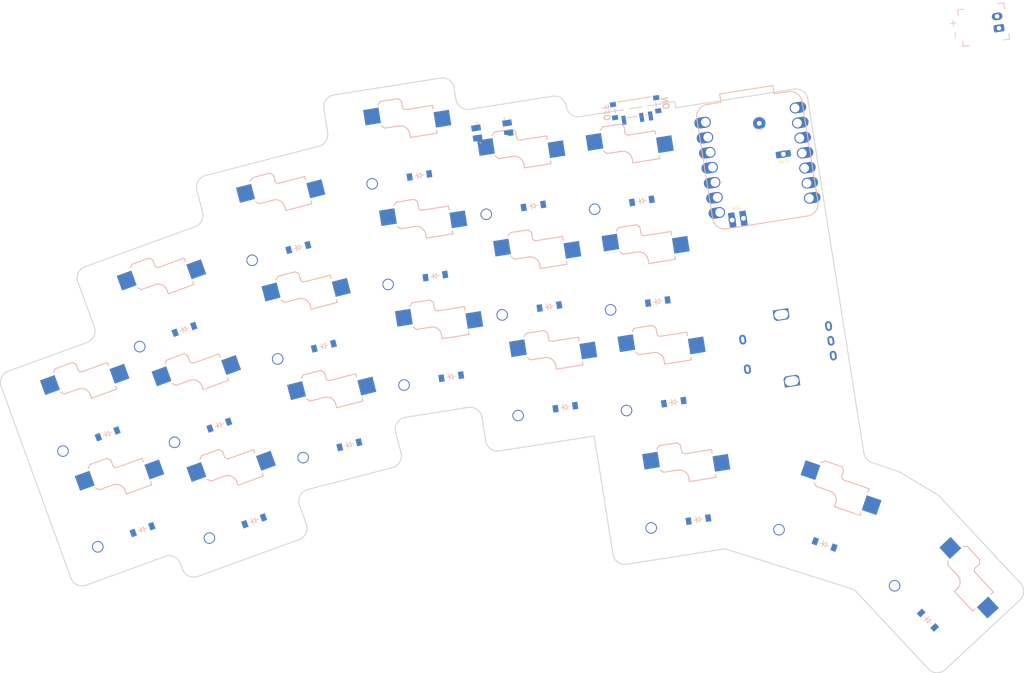
<source format=kicad_pcb>
(kicad_pcb (version 20241229) (generator "pcbnew") (generator_version "9.0")
  (title_block (title "left") (date "2025-12-23") (rev "v1.0.0") (company "Unknown"))
  (layers (0 "F.Cu" signal) (2 "B.Cu" signal) (13 "F.Paste" user) (15 "B.Paste" user) (5 "F.SilkS" user "F.Silkscreen") (7 "B.SilkS" user "B.Silkscreen") (1 "F.Mask" user) (3 "B.Mask" user) (25 "Edge.Cuts" user))
  (net 0 "")
  (net 1 "P0")
  (net 2 "pinky_bottom")
  (net 3 "GND")
  (net 4 "pinky_home")
  (net 5 "pinky_top")
  (net 6 "P1")
  (net 7 "ring_bottom")
  (net 8 "ring_home")
  (net 9 "ring_top")
  (net 10 "P2")
  (net 11 "middle_bottom")
  (net 12 "middle_home")
  (net 13 "middle_top")
  (net 14 "P3")
  (net 15 "index_bottom")
  (net 16 "index_home")
  (net 17 "index_top")
  (net 18 "P4")
  (net 19 "inner_bottom")
  (net 20 "inner_home")
  (net 21 "inner_top")
  (net 22 "near_thumb")
  (net 23 "home_thumb")
  (net 24 "far_thumb")
  (net 25 "P8")
  (net 26 "pinky2_extra1")
  (net 27 "pinky2_extra2")
  (net 28 "P5")
  (net 29 "P6")
  (net 30 "P7")
  (net 31 "RST")
  (net 32 "BAT_P")
  (net 33 "RAW")
  (net 34 "RE_A")
  (net 35 "RE_C")
  (footprint "temp:xiao-pogo-rev" (layer "F.Cu") (at 188.5 43.5 9)
    (property "Reference" "U?" (hide yes))
    (property "Value" "xiao-ble-thruhole" (hide yes))
    (fp_text user "RST" (at 1.270001 -4.85 9) (layer "F.SilkS") (effects (font (size 0.5 0.5) (thickness 0.1))))
    (fp_text user "NFC" (at -5.500001 7.620001 9) (layer "F.SilkS") (effects (font (size 0.5 0.5) (thickness 0.1) (bold yes)) (justify left bottom)))
    (fp_text user "BAT+" (at 4.445001 0.949999 9) (layer "F.SilkS") (effects (font (size 0.5 0.5) (thickness 0.1))))
    (pad "3V3" thru_hole oval (at -7.580699 -2.54 9) (size 2.75 1.8) (drill 1.45 (offset -0.475 0)) (layers "*.Cu" "*.Mask"))
    (pad "5V" thru_hole oval (at -7.580699 -7.62 9) (size 2.75 1.8) (drill 1.45 (offset -0.475 0)) (layers "*.Cu" "*.Mask"))
    (pad "BAT_P" thru_hole circle (at 4.445 -0.317501 9) (size 1.2 1.2) (drill 0.8) (layers "*.Cu" "*.Mask") (padstack (mode custom) (layer "B.Cu" (shape roundrect) (size 2.5 1.1) (roundrect_rratio 0.119047619))))
    (pad "GND" thru_hole oval (at -7.5807 -5.079999 9) (size 2.75 1.8) (drill 1.45 (offset -0.475 0)) (layers "*.Cu" "*.Mask"))
    (pad "NFC1" thru_hole circle (at -3.81 9.2075 279) (size 1.2 1.2) (drill 0.8) (layers "*.Cu" "*.Mask") (padstack (mode custom) (layer "B.Cu" (shape roundrect) (size 2.5 1.1) (roundrect_rratio 0.119047619))))
    (pad "NFC2" thru_hole circle (at -5.715001 9.207501 279) (size 1.2 1.2) (drill 0.8) (layers "*.Cu" "*.Mask") (padstack (mode custom) (layer "B.Cu" (shape roundrect) (size 2.5 1.1) (roundrect_rratio 0.119047619))))
    (pad "P0" thru_hole oval (at 7.580699 -7.62 189) (size 2.75 1.8) (drill 1.45 (offset -0.475 0)) (layers "*.Cu" "*.Mask"))
    (pad "P1" thru_hole oval (at 7.580701 -5.079999 189) (size 2.75 1.8) (drill 1.45 (offset -0.475 0)) (layers "*.Cu" "*.Mask"))
    (pad "P2" thru_hole oval (at 7.580701 -2.54 189) (size 2.75 1.8) (drill 1.45 (offset -0.475 0)) (layers "*.Cu" "*.Mask"))
    (pad "P3" thru_hole oval (at 7.5807 0.000001 189) (size 2.75 1.8) (drill 1.45 (offset -0.475 0)) (layers "*.Cu" "*.Mask"))
    (pad "P4" thru_hole oval (at 7.580699 2.54 189) (size 2.75 1.8) (drill 1.45 (offset -0.475 0)) (layers "*.Cu" "*.Mask"))
    (pad "P5" thru_hole oval (at 7.5807 5.079999 189) (size 2.75 1.8) (drill 1.45 (offset -0.475 0)) (layers "*.Cu" "*.Mask"))
    (pad "P6" thru_hole oval (at 7.580699 7.62 189) (size 2.75 1.8) (drill 1.45 (offset -0.475 0)) (layers "*.Cu" "*.Mask"))
    (pad "P7" thru_hole oval (at -7.580699 7.62 9) (size 2.75 1.8) (drill 1.45 (offset -0.475 0)) (layers "*.Cu" "*.Mask"))
    (pad "P8" thru_hole oval (at -7.580701 5.079999 9) (size 2.75 1.8) (drill 1.45 (offset -0.475 0)) (layers "*.Cu" "*.Mask"))
    (pad "P9" thru_hole oval (at -7.580701 2.54 9) (size 2.75 1.8) (drill 1.45 (offset -0.475 0)) (layers "*.Cu" "*.Mask"))
    (pad "P10" thru_hole oval (at -7.5807 -0.000001 9) (size 2.75 1.8) (drill 1.45 (offset -0.475 0)) (layers "*.Cu" "*.Mask"))
    (pad "RST" thru_hole circle (at 1.27 -6.032499 9) (size 1.2 1.2) (drill 0.8) (layers "*.Cu" "*.Mask") (padstack (mode custom) (layer "B.Cu" (shape circle) (size 2.1 2.1))))
  )
  (footprint "ceoloide:rotary_encoder_ec11_ec12" (layer "F.Cu") (at 193.359114 74.810137 99)
    (property "Reference" "RE1" (hide yes))
    (property "Value" "")
    (pad "" thru_hole roundrect (at -5.6 0 9) (size 2.6 1.8) (drill oval 2.3 1.5) (layers "*.Cu" "*.Mask") (roundrect_rratio 0) (chamfer_ratio 0.2) (chamfer top_left top_right))
    (pad "" thru_hole roundrect (at 5.6 0 9) (size 2.6 1.8) (drill oval 2.3 1.5) (layers "*.Cu" "*.Mask") (roundrect_rratio 0) (chamfer_ratio 0.2) (chamfer bottom_left bottom_right))
    (pad "A" thru_hole oval (at 2.5 7.5 99) (size 1.6 1.1) (drill oval 1 0.5) (layers "*.Cu" "*.Mask") (net 34 "RE_A"))
    (pad "B" thru_hole oval (at -0.000001 7.5 99) (size 1.6 1.1) (drill oval 1 0.5) (layers "*.Cu" "*.Mask") (net 3 "GND"))
    (pad "C" thru_hole oval (at -2.5 7.5 99) (size 1.6 1.1) (drill oval 1 0.5) (layers "*.Cu" "*.Mask") (net 35 "RE_C"))
    (pad "S1" thru_hole oval (at -2.5 -7 99) (size 1.6 1.1) (drill oval 1 0.5) (layers "*.Cu" "*.Mask"))
    (pad "S2" thru_hole oval (at 2.5 -7 99) (size 1.6 1.1) (drill oval 1 0.5) (layers "*.Cu" "*.Mask"))
  )
  (footprint "ceoloide:switch_choc_v1_v2" (layer "B.Cu") (at 152.707458 80.236262 9)
    (property "Reference" "S10" (hide yes))
    (property "Value" "")
    (pad "" np_thru_hole circle (at -5.5 0 9) (size 1.9 1.9) (drill 1.9) (layers "*.Cu" "*.Mask"))
    (pad "" thru_hole circle (at -5 5.15 9) (size 1.9 1.9) (drill 1.6) (layers "*.Cu" "*.Mask"))
    (pad "" np_thru_hole circle (at 0 -5.95 9) (size 3 3) (drill 3) (layers "*.Cu" "*.Mask"))
    (pad "" np_thru_hole circle (at 0 0 9) (size 5 5) (drill 5) (layers "*.Cu" "*.Mask"))
    (pad "" np_thru_hole circle (at 5 -3.75 204) (size 3 3) (drill 3) (layers "*.Cu" "*.Mask"))
    (pad "" np_thru_hole circle (at 5.5 0 9) (size 1.9 1.9) (drill 1.9) (layers "*.Cu" "*.Mask"))
    (pad "1" smd rect (at -3.275 -5.95 9) (size 2.6 2.6) (layers "B.Cu" "B.Mask" "B.Paste") (net 14 "P3"))
    (pad "2" smd rect (at 8.275 -3.749999 9) (size 2.6 2.6) (layers "B.Cu" "B.Mask" "B.Paste") (net 15 "index_bottom"))
  )
  (footprint "ceoloide:power_switch_smd_side" (layer "B.Cu") (at 168.183212 34.755375 99)
    (property "Reference" "PWR1" (hide yes))
    (property "Value" "")
    (fp_text user "ON" (at 0 5 99) (layer "B.SilkS") (effects (justify mirror)))
    (fp_text user "OFF" (at 0 -5 99) (layer "B.SilkS") (effects (justify mirror)))
    (pad "" smd rect (at -1.085 -3.65 9) (size 1 0.8) (layers "B.Cu" "B.Mask" "B.Paste"))
    (pad "" smd rect (at -1.085 3.65 9) (size 1 0.8) (layers "B.Cu" "B.Mask" "B.Paste"))
    (pad "" np_thru_hole circle (at 0.025 -1.5 189) (size 0.9 0.9) (drill 0.9) (layers "*.Cu" "*.Mask"))
    (pad "" np_thru_hole circle (at 0.025 1.5 189) (size 0.9 0.9) (drill 0.9) (layers "*.Cu" "*.Mask"))
    (pad "" smd rect (at 1.125 -3.65 9) (size 1 0.8) (layers "B.Cu" "B.Mask" "B.Paste"))
    (pad "" smd rect (at 1.125 3.65 9) (size 1 0.8) (layers "B.Cu" "B.Mask" "B.Paste"))
    (pad "1" smd rect (at -1.735 -2.25 9) (size 0.7 1.5) (layers "B.Cu" "B.Mask" "B.Paste"))
    (pad "2" smd rect (at -1.735 0.75 9) (size 0.7 1.5) (layers "B.Cu" "B.Mask" "B.Paste") (net 33 "RAW"))
    (pad "3" smd rect (at -1.735 2.25 9) (size 0.7 1.5) (layers "B.Cu" "B.Mask" "B.Paste") (net 32 "BAT_P"))
  )
  (footprint "ceoloide:diode_tht_sod123" (layer "B.Cu") (at 134.763444 62.829012 9)
    (property "Reference" "D8" (hide yes))
    (property "Value" "")
    (pad "1" smd rect (at -1.65 0 9) (size 0.9 1.2) (layers "B.Cu" "B.Mask" "B.Paste") (net 29 "P6"))
    (pad "2" smd rect (at 1.65 0 9) (size 0.9 1.2) (layers "B.Cu" "B.Mask" "B.Paste") (net 12 "middle_home"))
  )
  (footprint "ceoloide:diode_tht_sod123" (layer "B.Cu") (at 80.090268 89.155528 20)
    (property "Reference" "D20" (hide yes))
    (property "Value" "")
    (pad "1" smd rect (at -1.65 0 20) (size 0.9 1.2) (layers "B.Cu" "B.Mask" "B.Paste") (net 18 "P4"))
    (pad "2" smd rect (at 1.65 0 20) (size 0.9 1.2) (layers "B.Cu" "B.Mask" "B.Paste") (net 27 "pinky2_extra2"))
  )
  (footprint "ceoloide:switch_choc_v1_v2" (layer "B.Cu") (at 88.371315 68.050451 20)
    (property "Reference" "S3" (hide yes))
    (property "Value" "")
    (pad "" np_thru_hole circle (at -5.5 0 20) (size 1.9 1.9) (drill 1.9) (layers "*.Cu" "*.Mask"))
    (pad "" thru_hole circle (at -5 5.15 20) (size 1.9 1.9) (drill 1.6) (layers "*.Cu" "*.Mask"))
    (pad "" np_thru_hole circle (at 0 -5.95 20) (size 3 3) (drill 3) (layers "*.Cu" "*.Mask"))
    (pad "" np_thru_hole circle (at 0 0 20) (size 5 5) (drill 5) (layers "*.Cu" "*.Mask"))
    (pad "" np_thru_hole circle (at 5 -3.75 215) (size 3 3) (drill 3) (layers "*.Cu" "*.Mask"))
    (pad "" np_thru_hole circle (at 5.5 0 20) (size 1.9 1.9) (drill 1.9) (layers "*.Cu" "*.Mask"))
    (pad "1" smd rect (at -3.275 -5.95 20) (size 2.6 2.6) (layers "B.Cu" "B.Mask" "B.Paste") (net 1 "P0"))
    (pad "2" smd rect (at 8.275 -3.75 20) (size 2.6 2.6) (layers "B.Cu" "B.Mask" "B.Paste") (net 5 "pinky_top"))
  )
  (footprint "ceoloide:switch_choc_v1_v2" (layer "B.Cu") (at 133.677592 75.150575 9)
    (property "Reference" "S7" (hide yes))
    (property "Value" "")
    (pad "" np_thru_hole circle (at -5.5 0 9) (size 1.9 1.9) (drill 1.9) (layers "*.Cu" "*.Mask"))
    (pad "" thru_hole circle (at -5 5.15 9) (size 1.9 1.9) (drill 1.6) (layers "*.Cu" "*.Mask"))
    (pad "" np_thru_hole circle (at 0 -5.95 9) (size 3 3) (drill 3) (layers "*.Cu" "*.Mask"))
    (pad "" np_thru_hole circle (at 0 0 9) (size 5 5) (drill 5) (layers "*.Cu" "*.Mask"))
    (pad "" np_thru_hole circle (at 5 -3.75 204) (size 3 3) (drill 3) (layers "*.Cu" "*.Mask"))
    (pad "" np_thru_hole circle (at 5.5 0 9) (size 1.9 1.9) (drill 1.9) (layers "*.Cu" "*.Mask"))
    (pad "1" smd rect (at -3.275 -5.95 9) (size 2.6 2.6) (layers "B.Cu" "B.Mask" "B.Paste") (net 10 "P2"))
    (pad "2" smd rect (at 8.275 -3.749999 9) (size 2.6 2.6) (layers "B.Cu" "B.Mask" "B.Paste") (net 11 "middle_bottom"))
  )
  (footprint "ceoloide:diode_tht_sod123" (layer "B.Cu") (at 151.133924 51.123996 9)
    (property "Reference" "D12" (hide yes))
    (property "Value" "")
    (pad "1" smd rect (at -1.65 0 9) (size 0.9 1.2) (layers "B.Cu" "B.Mask" "B.Paste") (net 30 "P7"))
    (pad "2" smd rect (at 1.65 0 9) (size 0.9 1.2) (layers "B.Cu" "B.Mask" "B.Paste") (net 17 "index_top"))
  )
  (footprint "ceoloide:diode_tht_sod123" (layer "B.Cu") (at 104.529179 103.672403 20)
    (property "Reference" "D1" (hide yes))
    (property "Value" "")
    (pad "1" smd rect (at -1.65 0 20) (size 0.9 1.2) (layers "B.Cu" "B.Mask" "B.Paste") (net 28 "P5"))
    (pad "2" smd rect (at 1.65 0 20) (size 0.9 1.2) (layers "B.Cu" "B.Mask" "B.Paste") (net 2 "pinky_bottom"))
  )
  (footprint "ceoloide:switch_choc_v1_v2" (layer "B.Cu") (at 150.048072 63.44556 9)
    (property "Reference" "S11" (hide yes))
    (property "Value" "")
    (pad "" np_thru_hole circle (at -5.5 0 9) (size 1.9 1.9) (drill 1.9) (layers "*.Cu" "*.Mask"))
    (pad "" thru_hole circle (at -5 5.15 9) (size 1.9 1.9) (drill 1.6) (layers "*.Cu" "*.Mask"))
    (pad "" np_thru_hole circle (at 0 -5.95 9) (size 3 3) (drill 3) (layers "*.Cu" "*.Mask"))
    (pad "" np_thru_hole circle (at 0 0 9) (size 5 5) (drill 5) (layers "*.Cu" "*.Mask"))
    (pad "" np_thru_hole circle (at 5 -3.75 204) (size 3 3) (drill 3) (layers "*.Cu" "*.Mask"))
    (pad "" np_thru_hole circle (at 5.5 0 9) (size 1.9 1.9) (drill 1.9) (layers "*.Cu" "*.Mask"))
    (pad "1" smd rect (at -3.275 -5.95 9) (size 2.6 2.6) (layers "B.Cu" "B.Mask" "B.Paste") (net 14 "P3"))
    (pad "2" smd rect (at 8.275 -3.749999 9) (size 2.6 2.6) (layers "B.Cu" "B.Mask" "B.Paste") (net 16 "index_home"))
  )
  (footprint "ceoloide:switch_choc_v1_v2" (layer "B.Cu") (at 218.57039 114.645527 -47)
    (property "Reference" "S18" (hide yes))
    (property "Value" "")
    (pad "" np_thru_hole circle (at -5.5 0 313) (size 1.9 1.9) (drill 1.9) (layers "*.Cu" "*.Mask"))
    (pad "" thru_hole circle (at -5 5.15 313) (size 1.9 1.9) (drill 1.6) (layers "*.Cu" "*.Mask"))
    (pad "" np_thru_hole circle (at 0 0 313) (size 5 5) (drill 5) (layers "*.Cu" "*.Mask"))
    (pad "" np_thru_hole circle (at 0.000001 -5.95 313) (size 3 3) (drill 3) (layers "*.Cu" "*.Mask"))
    (pad "" np_thru_hole circle (at 5 -3.75 148) (size 3 3) (drill 3) (layers "*.Cu" "*.Mask"))
    (pad "" np_thru_hole circle (at 5.5 0 313) (size 1.9 1.9) (drill 1.9) (layers "*.Cu" "*.Mask"))
    (pad "1" smd rect (at -3.275 -5.95 313) (size 2.6 2.6) (layers "B.Cu" "B.Mask" "B.Paste") (net 10 "P2"))
    (pad "2" smd rect (at 8.275 -3.75 313) (size 2.6 2.6) (layers "B.Cu" "B.Mask" "B.Paste") (net 24 "far_thumb"))
  )
  (footprint "ceoloide:switch_choc_v1_v2" (layer "B.Cu") (at 112.004469 70.426623 14.5)
    (property "Reference" "S5" (hide yes))
    (property "Value" "")
    (pad "" np_thru_hole circle (at -5.5 0 14.5) (size 1.9 1.9) (drill 1.9) (layers "*.Cu" "*.Mask"))
    (pad "" thru_hole circle (at -5 5.15 14.5) (size 1.9 1.9) (drill 1.6) (layers "*.Cu" "*.Mask"))
    (pad "" np_thru_hole circle (at 0 -5.95 14.5) (size 3 3) (drill 3) (layers "*.Cu" "*.Mask"))
    (pad "" np_thru_hole circle (at 0 0 14.5) (size 5 5) (drill 5) (layers "*.Cu" "*.Mask"))
    (pad "" np_thru_hole circle (at 5 -3.75 209.5) (size 3 3) (drill 3) (layers "*.Cu" "*.Mask"))
    (pad "" np_thru_hole circle (at 5.5 0 14.5) (size 1.9 1.9) (drill 1.9) (layers "*.Cu" "*.Mask"))
    (pad "1" smd rect (at -3.275 -5.95 14.5) (size 2.6 2.6) (layers "B.Cu" "B.Mask" "B.Paste") (net 6 "P1"))
    (pad "2" smd rect (at 8.275 -3.75 14.5) (size 2.6 2.6) (layers "B.Cu" "B.Mask" "B.Paste") (net 8 "ring_home"))
  )
  (footprint "ceoloide:diode_tht_sod123" (layer "B.Cu") (at 216.959616 120.24958 -47)
    (property "Reference" "D18" (hide yes))
    (property "Value" "")
    (pad "1" smd rect (at -1.65 0 313) (size 0.9 1.2) (layers "B.Cu" "B.Mask" "B.Paste") (net 25 "P8"))
    (pad "2" smd rect (at 1.65 0 313) (size 0.9 1.2) (layers "B.Cu" "B.Mask" "B.Paste") (net 24 "far_thumb"))
  )
  (footprint "ceoloide:switch_choc_v1_v2" (layer "B.Cu") (at 94.185658 84.025225 20)
    (property "Reference" "S2" (hide yes))
    (property "Value" "")
    (pad "" np_thru_hole circle (at -5.5 0 20) (size 1.9 1.9) (drill 1.9) (layers "*.Cu" "*.Mask"))
    (pad "" thru_hole circle (at -5 5.15 20) (size 1.9 1.9) (drill 1.6) (layers "*.Cu" "*.Mask"))
    (pad "" np_thru_hole circle (at 0 -5.95 20) (size 3 3) (drill 3) (layers "*.Cu" "*.Mask"))
    (pad "" np_thru_hole circle (at 0 0 20) (size 5 5) (drill 5) (layers "*.Cu" "*.Mask"))
    (pad "" np_thru_hole circle (at 5 -3.75 215) (size 3 3) (drill 3) (layers "*.Cu" "*.Mask"))
    (pad "" np_thru_hole circle (at 5.5 0 20) (size 1.9 1.9) (drill 1.9) (layers "*.Cu" "*.Mask"))
    (pad "1" smd rect (at -3.275 -5.95 20) (size 2.6 2.6) (layers "B.Cu" "B.Mask" "B.Paste") (net 1 "P0"))
    (pad "2" smd rect (at 8.275 -3.75 20) (size 2.6 2.6) (layers "B.Cu" "B.Mask" "B.Paste") (net 4 "pinky_home"))
  )
  (footprint "ceoloide:switch_choc_v1_v2" (layer "B.Cu") (at 198.51139 101.907519 -19)
    (property "Reference" "S17" (hide yes))
    (property "Value" "")
    (pad "" np_thru_hole circle (at -5.5 0 341) (size 1.9 1.9) (drill 1.9) (layers "*.Cu" "*.Mask"))
    (pad "" thru_hole circle (at -5 5.15 341) (size 1.9 1.9) (drill 1.6) (layers "*.Cu" "*.Mask"))
    (pad "" np_thru_hole circle (at 0 -5.950001 341) (size 3 3) (drill 3) (layers "*.Cu" "*.Mask"))
    (pad "" np_thru_hole circle (at 0 0 341) (size 5 5) (drill 5) (layers "*.Cu" "*.Mask"))
    (pad "" np_thru_hole circle (at 5 -3.75 176) (size 3 3) (drill 3) (layers "*.Cu" "*.Mask"))
    (pad "" np_thru_hole circle (at 5.5 0 341) (size 1.9 1.9) (drill 1.9) (layers "*.Cu" "*.Mask"))
    (pad "1" smd rect (at -3.275 -5.95 341) (size 2.6 2.6) (layers "B.Cu" "B.Mask" "B.Paste") (net 6 "P1"))
    (pad "2" smd rect (at 8.275 -3.75 341) (size 2.6 2.6) (layers "B.Cu" "B.Mask" "B.Paste") (net 23 "home_thumb"))
  )
  (footprint "ceoloide:diode_tht_sod123" (layer "B.Cu") (at 199.720105 107.611817 -19)
    (property "Reference" "D17" (hide yes))
    (property "Value" "")
    (pad "1" smd rect (at -1.65 0.000001 341) (size 0.9 1.2) (layers "B.Cu" "B.Mask" "B.Paste") (net 25 "P8"))
    (pad "2" smd rect (at 1.65 -0.000001 341) (size 0.9 1.2) (layers "B.Cu" "B.Mask" "B.Paste") (net 23 "home_thumb"))
  )
  (footprint "ceoloide:diode_tht_sod123" (layer "B.Cu") (at 92.900494 71.722854 20)
    (property "Reference" "D3" (hide yes))
    (property "Value" "")
    (pad "1" smd rect (at -1.65 0 20) (size 0.9 1.2) (layers "B.Cu" "B.Mask" "B.Paste") (net 30 "P7"))
    (pad "2" smd rect (at 1.65 0 20) (size 0.9 1.2) (layers "B.Cu" "B.Mask" "B.Paste") (net 5 "pinky_top"))
  )
  (footprint "ceoloide:switch_choc_v1_v2" (layer "B.Cu") (at 131.018206 58.359873 9)
    (property "Reference" "S8" (hide yes))
    (property "Value" "")
    (pad "" np_thru_hole circle (at -5.5 0 9) (size 1.9 1.9) (drill 1.9) (layers "*.Cu" "*.Mask"))
    (pad "" thru_hole circle (at -5 5.15 9) (size 1.9 1.9) (drill 1.6) (layers "*.Cu" "*.Mask"))
    (pad "" np_thru_hole circle (at 0 -5.95 9) (size 3 3) (drill 3) (layers "*.Cu" "*.Mask"))
    (pad "" np_thru_hole circle (at 0 0 9) (size 5 5) (drill 5) (layers "*.Cu" "*.Mask"))
    (pad "" np_thru_hole circle (at 5 -3.75 204) (size 3 3) (drill 3) (layers "*.Cu" "*.Mask"))
    (pad "" np_thru_hole circle (at 5.5 0 9) (size 1.9 1.9) (drill 1.9) (layers "*.Cu" "*.Mask"))
    (pad "1" smd rect (at -3.275 -5.95 9) (size 2.6 2.6) (layers "B.Cu" "B.Mask" "B.Paste") (net 10 "P2"))
    (pad "2" smd rect (at 8.275 -3.749999 9) (size 2.6 2.6) (layers "B.Cu" "B.Mask" "B.Paste") (net 12 "middle_home"))
  )
  (footprint "ceoloide:diode_tht_sod123" (layer "B.Cu") (at 169.225183 50.283552 9)
    (property "Reference" "D15" (hide yes))
    (property "Value" "")
    (pad "1" smd rect (at -1.65 0 9) (size 0.9 1.2) (layers "B.Cu" "B.Mask" "B.Paste") (net 30 "P7"))
    (pad "2" smd rect (at 1.65 0 9) (size 0.9 1.2) (layers "B.Cu" "B.Mask" "B.Paste") (net 21 "inner_top"))
  )
  (footprint "ceoloide:diode_tht_sod123" (layer "B.Cu") (at 116.160812 74.516221 14.5)
    (property "Reference" "D5" (hide yes))
    (property "Value" "")
    (pad "1" smd rect (at -1.65 0 14.5) (size 0.9 1.2) (layers "B.Cu" "B.Mask" "B.Paste") (net 29 "P6"))
    (pad "2" smd rect (at 1.65 0 14.5) (size 0.9 1.2) (layers "B.Cu" "B.Mask" "B.Paste") (net 8 "ring_home"))
  )
  (footprint "ceoloide:diode_tht_sod123" (layer "B.Cu") (at 111.904352 58.057711 14.5)
    (property "Reference" "D6" (hide yes))
    (property "Value" "")
    (pad "1" smd rect (at -1.65 0 14.5) (size 0.9 1.2) (layers "B.Cu" "B.Mask" "B.Paste") (net 30 "P7"))
    (pad "2" smd rect (at 1.65 0 14.5) (size 0.9 1.2) (layers "B.Cu" "B.Mask" "B.Paste") (net 9 "ring_top"))
  )
  (footprint "ceoloide:switch_choc_v1_v2" (layer "B.Cu") (at 75.56109 85.483125 20)
    (property "Reference" "S20" (hide yes))
    (property "Value" "")
    (pad "" np_thru_hole circle (at -5.5 0 20) (size 1.9 1.9) (drill 1.9) (layers "*.Cu" "*.Mask"))
    (pad "" thru_hole circle (at -5 5.15 20) (size 1.9 1.9) (drill 1.6) (layers "*.Cu" "*.Mask"))
    (pad "" np_thru_hole circle (at 0 -5.95 20) (size 3 3) (drill 3) (layers "*.Cu" "*.Mask"))
    (pad "" np_thru_hole circle (at 0 0 20) (size 5 5) (drill 5) (layers "*.Cu" "*.Mask"))
    (pad "" np_thru_hole circle (at 5 -3.75 215) (size 3 3) (drill 3) (layers "*.Cu" "*.Mask"))
    (pad "" np_thru_hole circle (at 5.5 0 20) (size 1.9 1.9) (drill 1.9) (layers "*.Cu" "*.Mask"))
    (pad "1" smd rect (at -3.275 -5.95 20) (size 2.6 2.6) (layers "B.Cu" "B.Mask" "B.Paste") (net 25 "P8"))
    (pad "2" smd rect (at 8.275 -3.75 20) (size 2.6 2.6) (layers "B.Cu" "B.Mask" "B.Paste") (net 27 "pinky2_extra2"))
  )
  (footprint "ceoloide:reset_switch_smd_side" (layer "B.Cu") (at 144.281154 38.541089 9)
    (property "Reference" "RST1" (hide yes))
    (property "Value" "")
    (pad "1" smd rect (at -2.625 -0.85 189) (size 1.55 1) (layers "B.Cu" "B.Mask" "B.Paste") (net 3 "GND"))
    (pad "2" smd rect (at -2.625 0.85 189) (size 1.55 1) (layers "B.Cu" "B.Mask" "B.Paste") (net 31 "RST"))
    (pad "3" smd rect (at 2.625 -0.85 189) (size 1.55 1) (layers "B.Cu" "B.Mask" "B.Paste") (net 3 "GND"))
    (pad "4" smd rect (at 2.625 0.85 189) (size 1.55 1) (layers "B.Cu" "B.Mask" "B.Paste") (net 31 "RST"))
  )
  (footprint "ceoloide:switch_choc_v1_v2" (layer "B.Cu") (at 165.479945 45.814414 9)
    (property "Reference" "S15" (hide yes))
    (property "Value" "")
    (pad "" np_thru_hole circle (at -5.5 0 9) (size 1.9 1.9) (drill 1.9) (layers "*.Cu" "*.Mask"))
    (pad "" thru_hole circle (at -5 5.15 9) (size 1.9 1.9) (drill 1.6) (layers "*.Cu" "*.Mask"))
    (pad "" np_thru_hole circle (at 0 -5.95 9) (size 3 3) (drill 3) (layers "*.Cu" "*.Mask"))
    (pad "" np_thru_hole circle (at 0 0 9) (size 5 5) (drill 5) (layers "*.Cu" "*.Mask"))
    (pad "" np_thru_hole circle (at 5 -3.75 204) (size 3 3) (drill 3) (layers "*.Cu" "*.Mask"))
    (pad "" np_thru_hole circle (at 5.5 0 9) (size 1.9 1.9) (drill 1.9) (layers "*.Cu" "*.Mask"))
    (pad "1" smd rect (at -3.275 -5.95 9) (size 2.6 2.6) (layers "B.Cu" "B.Mask" "B.Paste") (net 18 "P4"))
    (pad "2" smd rect (at 8.275 -3.749999 9) (size 2.6 2.6) (layers "B.Cu" "B.Mask" "B.Paste") (net 21 "inner_top"))
  )
  (footprint "ceoloide:diode_tht_sod123" (layer "B.Cu") (at 174.543954 83.864956 9)
    (property "Reference" "D13" (hide yes))
    (property "Value" "")
    (pad "1" smd rect (at -1.65 0 9) (size 0.9 1.2) (layers "B.Cu" "B.Mask" "B.Paste") (net 28 "P5"))
    (pad "2" smd rect (at 1.65 0 9) (size 0.9 1.2) (layers "B.Cu" "B.Mask" "B.Paste") (net 19 "inner_bottom"))
  )
  (footprint "ceoloide:diode_tht_sod123" (layer "B.Cu") (at 120.417272 90.974731 14.5)
    (property "Reference" "D4" (hide yes))
    (property "Value" "")
    (pad "1" smd rect (at -1.65 0 14.5) (size 0.9 1.2) (layers "B.Cu" "B.Mask" "B.Paste") (net 28 "P5"))
    (pad "2" smd rect (at 1.65 0 14.5) (size 0.9 1.2) (layers "B.Cu" "B.Mask" "B.Paste") (net 7 "ring_bottom"))
  )
  (footprint "ceoloide:switch_choc_v1_v2" (layer "B.Cu") (at 116.260929 86.885133 14.5)
    (property "Reference" "S4" (hide yes))
    (property "Value" "")
    (pad "" np_thru_hole circle (at -5.5 0 14.5) (size 1.9 1.9) (drill 1.9) (layers "*.Cu" "*.Mask"))
    (pad "" thru_hole circle (at -5 5.15 14.5) (size 1.9 1.9) (drill 1.6) (layers "*.Cu" "*.Mask"))
    (pad "" np_thru_hole circle (at 0 -5.95 14.5) (size 3 3) (drill 3) (layers "*.Cu" "*.Mask"))
    (pad "" np_thru_hole circle (at 0 0 14.5) (size 5 5) (drill 5) (layers "*.Cu" "*.Mask"))
    (pad "" np_thru_hole circle (at 5 -3.75 209.5) (size 3 3) (drill 3) (layers "*.Cu" "*.Mask"))
    (pad "" np_thru_hole circle (at 5.5 0 14.5) (size 1.9 1.9) (drill 1.9) (layers "*.Cu" "*.Mask"))
    (pad "1" smd rect (at -3.275 -5.95 14.5) (size 2.6 2.6) (layers "B.Cu" "B.Mask" "B.Paste") (net 6 "P1"))
    (pad "2" smd rect (at 8.275 -3.75 14.5) (size 2.6 2.6) (layers "B.Cu" "B.Mask" "B.Paste") (net 7 "ring_bottom"))
  )
  (footprint "ceoloide:diode_tht_sod123" (layer "B.Cu") (at 137.422829 79.619713 9)
    (property "Reference" "D7" (hide yes))
    (property "Value" "")
    (pad "1" smd rect (at -1.65 0 9) (size 0.9 1.2) (layers "B.Cu" "B.Mask" "B.Paste") (net 28 "P5"))
    (pad "2" smd rect (at 1.65 0 9) (size 0.9 1.2) (layers "B.Cu" "B.Mask" "B.Paste") (net 11 "middle_bottom"))
  )
  (footprint "ceoloide:switch_choc_v1_v2" (layer "B.Cu") (at 81.375432 101.4579 20)
    (property "Reference" "S19" (hide yes))
    (property "Value" "")
    (pad "" np_thru_hole circle (at -5.5 0 20) (size 1.9 1.9) (drill 1.9) (layers "*.Cu" "*.Mask"))
    (pad "" thru_hole circle (at -5 5.15 20) (size 1.9 1.9) (drill 1.6) (layers "*.Cu" "*.Mask"))
    (pad "" np_thru_hole circle (at 0 -5.95 20) (size 3 3) (drill 3) (layers "*.Cu" "*.Mask"))
    (pad "" np_thru_hole circle (at 0 0 20) (size 5 5) (drill 5) (layers "*.Cu" "*.Mask"))
    (pad "" np_thru_hole circle (at 5 -3.75 215) (size 3 3) (drill 3) (layers "*.Cu" "*.Mask"))
    (pad "" np_thru_hole circle (at 5.5 0 20) (size 1.9 1.9) (drill 1.9) (layers "*.Cu" "*.Mask"))
    (pad "1" smd rect (at -3.275 -5.95 20) (size 2.6 2.6) (layers "B.Cu" "B.Mask" "B.Paste") (net 25 "P8"))
    (pad "2" smd rect (at 8.275 -3.75 20) (size 2.6 2.6) (layers "B.Cu" "B.Mask" "B.Paste") (net 26 "pinky2_extra1"))
  )
  (footprint "ceoloide:switch_choc_v1_v2" (layer "B.Cu") (at 147.388686 46.654858 9)
    (property "Reference" "S12" (hide yes))
    (property "Value" "")
    (pad "" np_thru_hole circle (at -5.5 0 9) (size 1.9 1.9) (drill 1.9) (layers "*.Cu" "*.Mask"))
    (pad "" thru_hole circle (at -5 5.15 9) (size 1.9 1.9) (drill 1.6) (layers "*.Cu" "*.Mask"))
    (pad "" np_thru_hole circle (at 0 -5.95 9) (size 3 3) (drill 3) (layers "*.Cu" "*.Mask"))
    (pad "" np_thru_hole circle (at 0 0 9) (size 5 5) (drill 5) (layers "*.Cu" "*.Mask"))
    (pad "" np_thru_hole circle (at 5 -3.75 204) (size 3 3) (drill 3) (layers "*.Cu" "*.Mask"))
    (pad "" np_thru_hole circle (at 5.5 0 9) (size 1.9 1.9) (drill 1.9) (layers "*.Cu" "*.Mask"))
    (pad "1" smd rect (at -3.275 -5.95 9) (size 2.6 2.6) (layers "B.Cu" "B.Mask" "B.Paste") (net 14 "P3"))
    (pad "2" smd rect (at 8.275 -3.749999 9) (size 2.6 2.6) (layers "B.Cu" "B.Mask" "B.Paste") (net 17 "index_top"))
  )
  (footprint "ceoloide:switch_choc_v1_v2" (layer "B.Cu") (at 100 100 20)
    (property "Reference" "S1" (hide yes))
    (property "Value" "")
    (pad "" np_thru_hole circle (at -5.5 0 20) (size 1.9 1.9) (drill 1.9) (layers "*.Cu" "*.Mask"))
    (pad "" thru_hole circle (at -5 5.15 20) (size 1.9 1.9) (drill 1.6) (layers "*.Cu" "*.Mask"))
    (pad "" np_thru_hole circle (at 0 -5.95 20) (size 3 3) (drill 3) (layers "*.Cu" "*.Mask"))
    (pad "" np_thru_hole circle (at 0 0 20) (size 5 5) (drill 5) (layers "*.Cu" "*.Mask"))
    (pad "" np_thru_hole circle (at 5 -3.75 215) (size 3 3) (drill 3) (layers "*.Cu" "*.Mask"))
    (pad "" np_thru_hole circle (at 5.5 0 20) (size 1.9 1.9) (drill 1.9) (layers "*.Cu" "*.Mask"))
    (pad "1" smd rect (at -3.275 -5.95 20) (size 2.6 2.6) (layers "B.Cu" "B.Mask" "B.Paste") (net 1 "P0"))
    (pad "2" smd rect (at 8.275 -3.75 20) (size 2.6 2.6) (layers "B.Cu" "B.Mask" "B.Paste") (net 2 "pinky_bottom"))
  )
  (footprint "ceoloide:diode_tht_sod123" (layer "B.Cu") (at 156.452695 84.7054 9)
    (property "Reference" "D10" (hide yes))
    (property "Value" "")
    (pad "1" smd rect (at -1.65 0 9) (size 0.9 1.2) (layers "B.Cu" "B.Mask" "B.Paste") (net 28 "P5"))
    (pad "2" smd rect (at 1.65 0 9) (size 0.9 1.2) (layers "B.Cu" "B.Mask" "B.Paste") (net 15 "index_bottom"))
  )
  (footprint "ceoloide:switch_choc_v1_v2" (layer "B.Cu") (at 168.139331 62.605116 9)
    (property "Reference" "S14" (hide yes))
    (property "Value" "")
    (pad "" np_thru_hole circle (at -5.5 0 9) (size 1.9 1.9) (drill 1.9) (layers "*.Cu" "*.Mask"))
    (pad "" thru_hole circle (at -5 5.15 9) (size 1.9 1.9) (drill 1.6) (layers "*.Cu" "*.Mask"))
    (pad "" np_thru_hole circle (at 0 -5.95 9) (size 3 3) (drill 3) (layers "*.Cu" "*.Mask"))
    (pad "" np_thru_hole circle (at 0 0 9) (size 5 5) (drill 5) (layers "*.Cu" "*.Mask"))
    (pad "" np_thru_hole circle (at 5 -3.75 204) (size 3 3) (drill 3) (layers "*.Cu" "*.Mask"))
    (pad "" np_thru_hole circle (at 5.5 0 9) (size 1.9 1.9) (drill 1.9) (layers "*.Cu" "*.Mask"))
    (pad "1" smd rect (at -3.275 -5.95 9) (size 2.6 2.6) (layers "B.Cu" "B.Mask" "B.Paste") (net 18 "P4"))
    (pad "2" smd rect (at 8.275 -3.749999 9) (size 2.6 2.6) (layers "B.Cu" "B.Mask" "B.Paste") (net 20 "inner_home"))
  )
  (footprint "ceoloide:diode_tht_sod123" (layer "B.Cu") (at 178.660332 103.462288 9)
    (property "Reference" "D16" (hide yes))
    (property "Value" "")
    (pad "1" smd rect (at -1.65 0 9) (size 0.9 1.2) (layers "B.Cu" "B.Mask" "B.Paste") (net 25 "P8"))
    (pad "2" smd rect (at 1.65 0 9) (size 0.9 1.2) (layers "B.Cu" "B.Mask" "B.Paste") (net 22 "near_thumb"))
  )
  (footprint "ceoloide:diode_tht_sod123" (layer "B.Cu") (at 171.884569 67.074254 9)
    (property "Reference" "D14" (hide yes))
    (property "Value" "")
    (pad "1" smd rect (at -1.65 0 9) (size 0.9 1.2) (layers "B.Cu" "B.Mask" "B.Paste") (net 29 "P6"))
    (pad "2" smd rect (at 1.65 0 9) (size 0.9 1.2) (layers "B.Cu" "B.Mask" "B.Paste") (net 20 "inner_home"))
  )
  (footprint "ceoloide:switch_choc_v1_v2" (layer "B.Cu") (at 170.798717 79.395818 9)
    (property "Reference" "S13" (hide yes))
    (property "Value" "")
    (pad "" np_thru_hole circle (at -5.5 0 9) (size 1.9 1.9) (drill 1.9) (layers "*.Cu" "*.Mask"))
    (pad "" thru_hole circle (at -5 5.15 9) (size 1.9 1.9) (drill 1.6) (layers "*.Cu" "*.Mask"))
    (pad "" np_thru_hole circle (at 0 -5.95 9) (size 3 3) (drill 3) (layers "*.Cu" "*.Mask"))
    (pad "" np_thru_hole circle (at 0 0 9) (size 5 5) (drill 5) (layers "*.Cu" "*.Mask"))
    (pad "" np_thru_hole circle (at 5 -3.75 204) (size 3 3) (drill 3) (layers "*.Cu" "*.Mask"))
    (pad "" np_thru_hole circle (at 5.5 0 9) (size 1.9 1.9) (drill 1.9) (layers "*.Cu" "*.Mask"))
    (pad "1" smd rect (at -3.275 -5.95 9) (size 2.6 2.6) (layers "B.Cu" "B.Mask" "B.Paste") (net 18 "P4"))
    (pad "2" smd rect (at 8.275 -3.749999 9) (size 2.6 2.6) (layers "B.Cu" "B.Mask" "B.Paste") (net 19 "inner_bottom"))
  )
  (footprint "ceoloide:diode_tht_sod123" (layer "B.Cu") (at 132.104058 46.03831 9)
    (property "Reference" "D9" (hide yes))
    (property "Value" "")
    (pad "1" smd rect (at -1.65 0 9) (size 0.9 1.2) (layers "B.Cu" "B.Mask" "B.Paste") (net 30 "P7"))
    (pad "2" smd rect (at 1.65 0 9) (size 0.9 1.2) (layers "B.Cu" "B.Mask" "B.Paste") (net 13 "middle_top"))
  )
  (footprint "ceoloide:diode_tht_sod123" (layer "B.Cu") (at 153.793309 67.914698 9)
    (property "Reference" "D11" (hide yes))
    (property "Value" "")
    (pad "1" smd rect (at -1.65 0 9) (size 0.9 1.2) (layers "B.Cu" "B.Mask" "B.Paste") (net 29 "P6"))
    (pad "2" smd rect (at 1.65 0 9) (size 0.9 1.2) (layers "B.Cu" "B.Mask" "B.Paste") (net 16 "index_home"))
  )
  (footprint "ceoloide:battery_connector_jst_ph_2" (layer "B.Cu") (at 228.656434 20.487688 -81)
    (property "Reference" "JST1" (hide yes))
    (property "Value" "")
    (pad "1" thru_hole roundrect (at 1 0 279) (size 1.2 1.75) (drill 0.75) (layers "*.Cu" "*.Mask") (roundrect_rratio 0.2) (net 3 "GND"))
    (pad "2" thru_hole oval (at -1 0 279) (size 1.2 1.75) (drill 0.75) (layers "*.Cu" "*.Mask") (net 32 "BAT_P"))
  )
  (footprint "ceoloide:switch_choc_v1_v2" (layer "B.Cu") (at 128.35882 41.569172 9)
    (property "Reference" "S9" (hide yes))
    (property "Value" "")
    (pad "" np_thru_hole circle (at -5.5 0 9) (size 1.9 1.9) (drill 1.9) (layers "*.Cu" "*.Mask"))
    (pad "" thru_hole circle (at -5 5.15 9) (size 1.9 1.9) (drill 1.6) (layers "*.Cu" "*.Mask"))
    (pad "" np_thru_hole circle (at 0 -5.95 9) (size 3 3) (drill 3) (layers "*.Cu" "*.Mask"))
    (pad "" np_thru_hole circle (at 0 0 9) (size 5 5) (drill 5) (layers "*.Cu" "*.Mask"))
    (pad "" np_thru_hole circle (at 5 -3.75 204) (size 3 3) (drill 3) (layers "*.Cu" "*.Mask"))
    (pad "" np_thru_hole circle (at 5.5 0 9) (size 1.9 1.9) (drill 1.9) (layers "*.Cu" "*.Mask"))
    (pad "1" smd rect (at -3.275 -5.95 9) (size 2.6 2.6) (layers "B.Cu" "B.Mask" "B.Paste") (net 10 "P2"))
    (pad "2" smd rect (at 8.275 -3.749999 9) (size 2.6 2.6) (layers "B.Cu" "B.Mask" "B.Paste") (net 13 "middle_top"))
  )
  (footprint "ceoloide:diode_tht_sod123" (layer "B.Cu") (at 85.904611 105.130302 20)
    (property "Reference" "D19" (hide yes))
    (property "Value" "")
    (pad "1" smd rect (at -1.65 0 20) (size 0.9 1.2) (layers "B.Cu" "B.Mask" "B.Paste") (net 14 "P3"))
    (pad "2" smd rect (at 1.65 0 20) (size 0.9 1.2) (layers "B.Cu" "B.Mask" "B.Paste") (net 26 "pinky2_extra1"))
  )
  (footprint "ceoloide:switch_choc_v1_v2" (layer "B.Cu") (at 107.748009 53.968113 14.5)
    (property "Reference" "S6" (hide yes))
    (property "Value" "")
    (pad "" np_thru_hole circle (at -5.5 0 14.5) (size 1.9 1.9) (drill 1.9) (layers "*.Cu" "*.Mask"))
    (pad "" thru_hole circle (at -5 5.15 14.5) (size 1.9 1.9) (drill 1.6) (layers "*.Cu" "*.Mask"))
    (pad "" np_thru_hole circle (at 0 -5.95 14.5) (size 3 3) (drill 3) (layers "*.Cu" "*.Mask"))
    (pad "" np_thru_hole circle (at 0 0 14.5) (size 5 5) (drill 5) (layers "*.Cu" "*.Mask"))
    (pad "" np_thru_hole circle (at 5 -3.75 209.5) (size 3 3) (drill 3) (layers "*.Cu" "*.Mask"))
    (pad "" np_thru_hole circle (at 5.5 0 14.5) (size 1.9 1.9) (drill 1.9) (layers "*.Cu" "*.Mask"))
    (pad "1" smd rect (at -3.275 -5.95 14.5) (size 2.6 2.6) (layers "B.Cu" "B.Mask" "B.Paste") (net 6 "P1"))
    (pad "2" smd rect (at 8.275 -3.75 14.5) (size 2.6 2.6) (layers "B.Cu" "B.Mask" "B.Paste") (net 9 "ring_top"))
  )
  (footprint "ceoloide:diode_tht_sod123" (layer "B.Cu") (at 98.714836 87.697628 20)
    (property "Reference" "D2" (hide yes))
    (property "Value" "")
    (pad "1" smd rect (at -1.65 0 20) (size 0.9 1.2) (layers "B.Cu" "B.Mask" "B.Paste") (net 29 "P6"))
    (pad "2" smd rect (at 1.65 0 20) (size 0.9 1.2) (layers "B.Cu" "B.Mask" "B.Paste") (net 4 "pinky_home"))
  )
  (footprint "ceoloide:switch_choc_v1_v2" (layer "B.Cu") (at 174.915095 98.99315 9)
    (property "Reference" "S16" (hide yes))
    (property "Value" "")
    (pad "" np_thru_hole circle (at -5.5 0 9) (size 1.9 1.9) (drill 1.9) (layers "*.Cu" "*.Mask"))
    (pad "" thru_hole circle (at -5 5.15 9) (size 1.9 1.9) (drill 1.6) (layers "*.Cu" "*.Mask"))
    (pad "" np_thru_hole circle (at 0 -5.95 9) (size 3 3) (drill 3) (layers "*.Cu" "*.Mask"))
    (pad "" np_thru_hole circle (at 0 0 9) (size 5 5) (drill 5) (layers "*.Cu" "*.Mask"))
    (pad "" np_thru_hole circle (at 5 -3.75 204) (size 3 3) (drill 3) (layers "*.Cu" "*.Mask"))
    (pad "" np_thru_hole circle (at 5.5 0 9) (size 1.9 1.9) (drill 1.9) (layers "*.Cu" "*.Mask"))
    (pad "1" smd rect (at -3.275 -5.95 9) (size 2.6 2.6) (layers "B.Cu" "B.Mask" "B.Paste") (net 1 "P0"))
    (pad "2" smd rect (at 8.275 -3.749999 9) (size 2.6 2.6) (layers "B.Cu" "B.Mask" "B.Paste") (net 22 "near_thumb"))
  )
  (gr_line (start 145.460825 92.014899) (end 161.263838 89.511948) (stroke (width 0.15)) (layer "Edge.Cuts"))
  (gr_line (start 205.056737 115.54984) (end 217.029161 128.388693) (stroke (width 0.15)) (layer "Edge.Cuts"))
  (gr_arc (start 154.310092 32.822816) (mid 155.798558 33.18014) (end 156.598338 34.485324) (stroke (width 0.15)) (layer "Edge.Cuts"))
  (gr_line (start 94.970155 48.493038) (end 95.929197 52.201379) (stroke (width 0.15)) (layer "Edge.Cuts"))
  (gr_arc (start 89.665107 109.614571) (mid 91.194363 109.681369) (end 92.228532 110.809916) (stroke (width 0.15)) (layer "Edge.Cuts"))
  (gr_arc (start 95.133978 112.944954) (mid 93.604684 112.878207) (end 92.570552 111.749609) (stroke (width 0.15)) (layer "Edge.Cuts"))
  (gr_line (start 129.038783 92.360208) (end 128.138178 88.877827) (stroke (width 0.15)) (layer "Edge.Cuts"))
  (gr_line (start 156.598338 34.485324) (end 156.610696 34.563351) (stroke (width 0.15)) (layer "Edge.Cuts"))
  (gr_arc (start 94.970155 48.493038) (mid 95.183204 46.977224) (end 96.40569 46.055983) (stroke (width 0.15)) (layer "Edge.Cuts"))
  (gr_line (start 161.263838 89.511948) (end 161.576707 91.487324) (stroke (width 0.15)) (layer "Edge.Cuts"))
  (gr_arc (start 219.855865 128.487404) (mid 218.422079 129.023457) (end 217.029161 128.388693) (stroke (width 0.15)) (layer "Edge.Cuts"))
  (gr_arc (start 129.038783 92.360208) (mid 128.825763 93.876062) (end 127.603248 94.797263) (stroke (width 0.15)) (layer "Edge.Cuts"))
  (gr_line (start 96.40569 46.055983) (end 115.326481 41.162733) (stroke (width 0.15)) (layer "Edge.Cuts"))
  (gr_arc (start 207.585878 93.927099) (mid 206.704931 93.321636) (end 206.261638 92.348931) (stroke (width 0.15)) (layer "Edge.Cuts"))
  (gr_arc (start 112.095957 101.07152) (mid 112.205378 99.45627) (end 113.474582 98.451184) (stroke (width 0.15)) (layer "Edge.Cuts"))
  (gr_arc (start 194.619978 31.631291) (mid 196.108396 31.988654) (end 196.908224 33.293799) (stroke (width 0.15)) (layer "Edge.Cuts"))
  (gr_line (start 174.866211 34.75998) (end 174.701955 33.722907) (stroke (width 0.15)) (layer "Edge.Cuts"))
  (gr_line (start 92.228532 110.809916) (end 92.570552 111.749609) (stroke (width 0.15)) (layer "Edge.Cuts"))
  (gr_line (start 76.50941 114.402853) (end 89.665107 109.614571) (stroke (width 0.15)) (layer "Edge.Cuts"))
  (gr_arc (start 62.3173 81.257959) (mid 62.384059 79.72867) (end 63.512645 78.694534) (stroke (width 0.15)) (layer "Edge.Cuts"))
  (gr_line (start 113.474582 98.451184) (end 127.603248 94.797263) (stroke (width 0.15)) (layer "Edge.Cuts"))
  (gr_line (start 154.310092 32.822816) (end 140.482455 35.012899) (stroke (width 0.15)) (layer "Edge.Cuts"))
  (gr_arc (start 113.24379 104.225166) (mid 113.177017 105.75444) (end 112.048445 106.788591) (stroke (width 0.15)) (layer "Edge.Cuts"))
  (gr_arc (start 166.69065 110.926658) (mid 165.202227 110.569306) (end 164.402404 109.26415) (stroke (width 0.15)) (layer "Edge.Cuts"))
  (gr_arc (start 218.509372 99.295642) (mid 218.735471 99.454618) (end 218.937485 99.643257) (stroke (width 0.15)) (layer "Edge.Cuts"))
  (gr_arc (start 145.460825 92.014899) (mid 143.972408 91.657537) (end 143.172579 90.352392) (stroke (width 0.15)) (layer "Edge.Cuts"))
  (gr_line (start 174.701955 33.722907) (end 158.898942 36.225859) (stroke (width 0.15)) (layer "Edge.Cuts"))
  (gr_line (start 135.605453 29.790534) (end 117.827063 32.606354) (stroke (width 0.15)) (layer "Edge.Cuts"))
  (gr_line (start 161.576707 91.487324) (end 161.586584 91.48576) (stroke (width 0.15)) (layer "Edge.Cuts"))
  (gr_arc (start 128.138178 88.877827) (mid 128.401918 87.280497) (end 129.761604 86.401691) (stroke (width 0.15)) (layer "Edge.Cuts"))
  (gr_line (start 142.546841 86.401638) (end 143.172579 90.352392) (stroke (width 0.15)) (layer "Edge.Cuts"))
  (gr_line (start 76.32287 61.26186) (end 94.676942 54.581524) (stroke (width 0.15)) (layer "Edge.Cuts"))
  (gr_arc (start 77.863686 71.342826) (mid 77.796936 72.872122) (end 76.668341 73.906252) (stroke (width 0.15)) (layer "Edge.Cuts"))
  (gr_line (start 212.51274 95.670944) (end 218.509372 99.295642) (stroke (width 0.15)) (layer "Edge.Cuts"))
  (gr_line (start 113.24379 104.225166) (end 112.095957 101.07152) (stroke (width 0.15)) (layer "Edge.Cuts"))
  (gr_arc (start 116.164556 34.8946) (mid 116.521886 33.406149) (end 117.827063 32.606354) (stroke (width 0.15)) (layer "Edge.Cuts"))
  (gr_line (start 232.387589 114.066728) (end 218.937485 99.643257) (stroke (width 0.15)) (layer "Edge.Cuts"))
  (gr_line (start 129.761604 86.401691) (end 140.258596 84.73913) (stroke (width 0.15)) (layer "Edge.Cuts"))
  (gr_line (start 219.855865 128.487404) (end 232.288878 116.893432) (stroke (width 0.15)) (layer "Edge.Cuts"))
  (gr_arc (start 140.258596 84.73913) (mid 141.747056 85.096457) (end 142.546841 86.401638) (stroke (width 0.15)) (layer "Edge.Cuts"))
  (gr_line (start 75.127525 63.825285) (end 77.863686 71.342826) (stroke (width 0.15)) (layer "Edge.Cuts"))
  (gr_arc (start 95.929197 52.201379) (mid 95.762857 53.633347) (end 94.676942 54.581524) (stroke (width 0.15)) (layer "Edge.Cuts"))
  (gr_arc (start 158.898942 36.225859) (mid 157.410524 35.868503) (end 156.610696 34.563351) (stroke (width 0.15)) (layer "Edge.Cuts"))
  (gr_arc (start 140.482455 35.012899) (mid 138.994019 34.655551) (end 138.19421 33.350391) (stroke (width 0.15)) (layer "Edge.Cuts"))
  (gr_line (start 62.3173 81.257959) (end 73.945985 113.207508) (stroke (width 0.15)) (layer "Edge.Cuts"))
  (gr_line (start 138.19421 33.350391) (end 137.893699 31.453042) (stroke (width 0.15)) (layer "Edge.Cuts"))
  (gr_line (start 95.133978 112.944954) (end 112.048445 106.788591) (stroke (width 0.15)) (layer "Edge.Cuts"))
  (gr_arc (start 232.387589 114.066728) (mid 232.923651 115.500516) (end 232.288878 116.893432) (stroke (width 0.15)) (layer "Edge.Cuts"))
  (gr_line (start 194.619978 31.631291) (end 174.866211 34.75998) (stroke (width 0.15)) (layer "Edge.Cuts"))
  (gr_arc (start 204.19677 115.006822) (mid 204.661841 115.222761) (end 205.056737 115.54984) (stroke (width 0.15)) (layer "Edge.Cuts"))
  (gr_line (start 76.668341 73.906252) (end 63.512645 78.694534) (stroke (width 0.15)) (layer "Edge.Cuts"))
  (gr_arc (start 135.605453 29.790534) (mid 137.093876 30.147887) (end 137.893699 31.453042) (stroke (width 0.15)) (layer "Edge.Cuts"))
  (gr_line (start 212.129283 95.491519) (end 207.585878 93.927099) (stroke (width 0.15)) (layer "Edge.Cuts"))
  (gr_arc (start 76.50941 114.402853) (mid 74.980154 114.336066) (end 73.945984 113.207508) (stroke (width 0.15)) (layer "Edge.Cuts"))
  (gr_line (start 204.19677 115.006822) (end 183.526143 108.473558) (stroke (width 0.15)) (layer "Edge.Cuts"))
  (gr_line (start 161.586584 91.48576) (end 164.402404 109.26415) (stroke (width 0.15)) (layer "Edge.Cuts"))
  (gr_arc (start 212.129283 95.491519) (mid 212.325771 95.571059) (end 212.51274 95.670944) (stroke (width 0.15)) (layer "Edge.Cuts"))
  (gr_line (start 116.164556 34.8946) (end 116.801098 38.913569) (stroke (width 0.15)) (layer "Edge.Cuts"))
  (gr_arc (start 182.610534 108.405196) (mid 183.072314 108.386125) (end 183.526143 108.473558) (stroke (width 0.15)) (layer "Edge.Cuts"))
  (gr_line (start 166.69065 110.926658) (end 182.610534 108.405196) (stroke (width 0.15)) (layer "Edge.Cuts"))
  (gr_arc (start 75.127525 63.825285) (mid 75.194268 62.295984) (end 76.32287 61.26186) (stroke (width 0.15)) (layer "Edge.Cuts"))
  (gr_arc (start 116.801098 38.913569) (mid 116.498277 40.323007) (end 115.326481 41.162733) (stroke (width 0.15)) (layer "Edge.Cuts"))
  (gr_line (start 206.261638 92.348931) (end 196.908224 33.293799) (stroke (width 0.15)) (layer "Edge.Cuts"))
)
</source>
